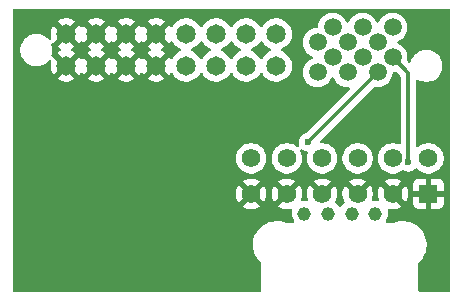
<source format=gbr>
%TF.GenerationSoftware,KiCad,Pcbnew,9.0.6*%
%TF.CreationDate,2025-12-04T16:08:16+01:00*%
%TF.ProjectId,ASUS BTF GPU Mini-ITX Adapter,41535553-2042-4544-9620-475055204d69,rev?*%
%TF.SameCoordinates,Original*%
%TF.FileFunction,Copper,L1,Top*%
%TF.FilePolarity,Positive*%
%FSLAX46Y46*%
G04 Gerber Fmt 4.6, Leading zero omitted, Abs format (unit mm)*
G04 Created by KiCad (PCBNEW 9.0.6) date 2025-12-04 16:08:16*
%MOMM*%
%LPD*%
G01*
G04 APERTURE LIST*
%TA.AperFunction,ComponentPad*%
%ADD10C,1.650000*%
%TD*%
%TA.AperFunction,ComponentPad*%
%ADD11C,1.500000*%
%TD*%
%TA.AperFunction,ComponentPad*%
%ADD12R,1.570000X1.570000*%
%TD*%
%TA.AperFunction,ComponentPad*%
%ADD13C,1.570000*%
%TD*%
%TA.AperFunction,ComponentPad*%
%ADD14C,1.150000*%
%TD*%
%TA.AperFunction,ViaPad*%
%ADD15C,0.600000*%
%TD*%
%TA.AperFunction,Conductor*%
%ADD16C,0.300000*%
%TD*%
G04 APERTURE END LIST*
D10*
%TO.P,REF\u002A\u002A,P1*%
%TO.N,12V*%
X167530000Y-105350000D03*
%TO.P,REF\u002A\u002A,P2*%
X170070000Y-105350000D03*
%TO.P,REF\u002A\u002A,P3*%
X172610000Y-105350000D03*
%TO.P,REF\u002A\u002A,P4*%
X175150000Y-105350000D03*
%TO.P,REF\u002A\u002A,P5*%
%TO.N,Ground*%
X177690000Y-105350000D03*
%TO.P,REF\u002A\u002A,P6*%
X180230000Y-105350000D03*
%TO.P,REF\u002A\u002A,P7*%
X182770000Y-105350000D03*
%TO.P,REF\u002A\u002A,P8*%
X185310000Y-105350000D03*
%TO.P,REF\u002A\u002A,P9*%
X185310000Y-102650000D03*
%TO.P,REF\u002A\u002A,P10*%
X182770000Y-102650000D03*
%TO.P,REF\u002A\u002A,P11*%
X180230000Y-102650000D03*
%TO.P,REF\u002A\u002A,P12*%
X177690000Y-102650000D03*
%TO.P,REF\u002A\u002A,P13*%
%TO.N,12V*%
X175150000Y-102650000D03*
%TO.P,REF\u002A\u002A,P14*%
X172610000Y-102650000D03*
%TO.P,REF\u002A\u002A,P15*%
X170070000Y-102650000D03*
%TO.P,REF\u002A\u002A,P16*%
X167530000Y-102650000D03*
D11*
%TO.P,REF\u002A\u002A,S1*%
%TO.N,GND*%
X188810000Y-105905000D03*
%TO.P,REF\u002A\u002A,S2*%
%TO.N,SENSE1*%
X190080000Y-104635000D03*
%TO.P,REF\u002A\u002A,S3*%
%TO.N,CARD_CBL_PRES#*%
X191350000Y-105905000D03*
%TO.P,REF\u002A\u002A,S4*%
%TO.N,N/C*%
X192620000Y-104635000D03*
%TO.P,REF\u002A\u002A,S5*%
%TO.N,SENSE0*%
X193890000Y-105905000D03*
%TO.P,REF\u002A\u002A,S6*%
%TO.N,CARD_PWR_STABLE*%
X195160000Y-104635000D03*
%TO.P,REF\u002A\u002A,S7*%
%TO.N,150W_DET*%
X195160000Y-102095000D03*
%TO.P,REF\u002A\u002A,S8*%
%TO.N,12HPWR_LED*%
X193890000Y-103365000D03*
%TO.P,REF\u002A\u002A,S9*%
%TO.N,GND*%
X192620000Y-102095000D03*
%TO.P,REF\u002A\u002A,S10*%
%TO.N,N/C*%
X191350000Y-103365000D03*
%TO.P,REF\u002A\u002A,S11*%
X190080000Y-102095000D03*
%TO.P,REF\u002A\u002A,S12*%
%TO.N,GC_PRSN#*%
X188810000Y-103365000D03*
%TD*%
D12*
%TO.P,REF\u002A\u002A,1*%
%TO.N,12V*%
X198193250Y-116180000D03*
D13*
%TO.P,REF\u002A\u002A,2*%
X195193250Y-116180000D03*
%TO.P,REF\u002A\u002A,3*%
X192193250Y-116180000D03*
%TO.P,REF\u002A\u002A,4*%
X189193250Y-116180000D03*
%TO.P,REF\u002A\u002A,5*%
X186193250Y-116180000D03*
%TO.P,REF\u002A\u002A,6*%
X183193250Y-116180000D03*
%TO.P,REF\u002A\u002A,7*%
%TO.N,Ground*%
X198193250Y-113180000D03*
%TO.P,REF\u002A\u002A,8*%
X195193250Y-113180000D03*
%TO.P,REF\u002A\u002A,9*%
X192193250Y-113180000D03*
%TO.P,REF\u002A\u002A,10*%
X189193250Y-113180000D03*
%TO.P,REF\u002A\u002A,11*%
X186193250Y-113180000D03*
%TO.P,REF\u002A\u002A,12*%
X183193250Y-113180000D03*
D14*
%TO.P,REF\u002A\u002A,S1*%
%TO.N,CARD_PWR_STABLE*%
X193693250Y-117850000D03*
%TO.P,REF\u002A\u002A,S2*%
%TO.N,CARD_CBL_PRES#*%
X191693250Y-117850000D03*
%TO.P,REF\u002A\u002A,S3*%
%TO.N,SENSE0*%
X189693250Y-117850000D03*
%TO.P,REF\u002A\u002A,S4*%
%TO.N,SENSE1*%
X187693250Y-117850000D03*
%TD*%
D15*
%TO.N,SENSE0*%
X188000000Y-111795000D03*
%TO.N,CARD_PWR_STABLE*%
X196500000Y-113500000D03*
%TD*%
D16*
%TO.N,CARD_PWR_STABLE*%
X196500000Y-113500000D02*
X196500000Y-105975000D01*
X196500000Y-105975000D02*
X195160000Y-104635000D01*
%TO.N,SENSE0*%
X188000000Y-111795000D02*
X193890000Y-105905000D01*
%TD*%
%TA.AperFunction,Conductor*%
%TO.N,12V*%
G36*
X167017482Y-102862292D02*
G01*
X167089890Y-102987708D01*
X167192292Y-103090110D01*
X167317708Y-103162518D01*
X167359765Y-103173787D01*
X166786179Y-103747371D01*
X166786180Y-103747372D01*
X166835543Y-103783236D01*
X166835556Y-103783244D01*
X167021376Y-103877926D01*
X167034130Y-103882070D01*
X167091805Y-103921508D01*
X167119002Y-103985867D01*
X167107087Y-104054713D01*
X167059842Y-104106188D01*
X167034130Y-104117930D01*
X167021376Y-104122073D01*
X166835552Y-104216757D01*
X166786180Y-104252627D01*
X167359766Y-104826212D01*
X167317708Y-104837482D01*
X167192292Y-104909890D01*
X167089890Y-105012292D01*
X167017482Y-105137708D01*
X167006212Y-105179765D01*
X166432627Y-104606180D01*
X166397680Y-104608931D01*
X166329302Y-104594567D01*
X166279545Y-104545516D01*
X166264206Y-104477351D01*
X166270017Y-104446999D01*
X166312123Y-104317414D01*
X166345500Y-104106680D01*
X166345500Y-103893320D01*
X166312123Y-103682586D01*
X166269284Y-103550743D01*
X166268639Y-103548463D01*
X166268956Y-103515805D01*
X166268024Y-103483164D01*
X166269294Y-103481057D01*
X166269318Y-103478597D01*
X166287245Y-103451288D01*
X166304104Y-103423331D01*
X166306311Y-103422245D01*
X166307662Y-103420188D01*
X166337508Y-103406906D01*
X166366805Y-103392502D01*
X166370237Y-103392342D01*
X166371497Y-103391782D01*
X166374005Y-103392167D01*
X166397679Y-103391068D01*
X166432628Y-103393818D01*
X167006212Y-102820234D01*
X167017482Y-102862292D01*
G37*
%TD.AperFunction*%
%TA.AperFunction,Conductor*%
G36*
X169557482Y-102862292D02*
G01*
X169629890Y-102987708D01*
X169732292Y-103090110D01*
X169857708Y-103162518D01*
X169899765Y-103173787D01*
X169326179Y-103747371D01*
X169326180Y-103747372D01*
X169375543Y-103783236D01*
X169375556Y-103783244D01*
X169561376Y-103877926D01*
X169574130Y-103882070D01*
X169631805Y-103921508D01*
X169659002Y-103985867D01*
X169647087Y-104054713D01*
X169599842Y-104106188D01*
X169574130Y-104117930D01*
X169561376Y-104122073D01*
X169375552Y-104216757D01*
X169326180Y-104252627D01*
X169899766Y-104826212D01*
X169857708Y-104837482D01*
X169732292Y-104909890D01*
X169629890Y-105012292D01*
X169557482Y-105137708D01*
X169546212Y-105179765D01*
X168972627Y-104606180D01*
X168936755Y-104655555D01*
X168910484Y-104707115D01*
X168862510Y-104757910D01*
X168794689Y-104774705D01*
X168728554Y-104752167D01*
X168689516Y-104707115D01*
X168663247Y-104655561D01*
X168663236Y-104655543D01*
X168627372Y-104606180D01*
X168627371Y-104606179D01*
X168053787Y-105179764D01*
X168042518Y-105137708D01*
X167970110Y-105012292D01*
X167867708Y-104909890D01*
X167742292Y-104837482D01*
X167700233Y-104826212D01*
X168273819Y-104252627D01*
X168224451Y-104216759D01*
X168038625Y-104122075D01*
X168025871Y-104117931D01*
X167968196Y-104078494D01*
X167940997Y-104014135D01*
X167952911Y-103945289D01*
X168000155Y-103893813D01*
X168025871Y-103882069D01*
X168038625Y-103877924D01*
X168224451Y-103783240D01*
X168273818Y-103747372D01*
X168273818Y-103747371D01*
X167700234Y-103173787D01*
X167742292Y-103162518D01*
X167867708Y-103090110D01*
X167970110Y-102987708D01*
X168042518Y-102862292D01*
X168053787Y-102820234D01*
X168627371Y-103393818D01*
X168627372Y-103393818D01*
X168663240Y-103344451D01*
X168689515Y-103292885D01*
X168737489Y-103242089D01*
X168805310Y-103225294D01*
X168871445Y-103247831D01*
X168910485Y-103292885D01*
X168936759Y-103344451D01*
X168972627Y-103393818D01*
X168972627Y-103393819D01*
X169546212Y-102820234D01*
X169557482Y-102862292D01*
G37*
%TD.AperFunction*%
%TA.AperFunction,Conductor*%
G36*
X172097482Y-102862292D02*
G01*
X172169890Y-102987708D01*
X172272292Y-103090110D01*
X172397708Y-103162518D01*
X172439765Y-103173787D01*
X171866179Y-103747371D01*
X171866180Y-103747372D01*
X171915543Y-103783236D01*
X171915556Y-103783244D01*
X172101376Y-103877926D01*
X172114130Y-103882070D01*
X172171805Y-103921508D01*
X172199002Y-103985867D01*
X172187087Y-104054713D01*
X172139842Y-104106188D01*
X172114130Y-104117930D01*
X172101376Y-104122073D01*
X171915552Y-104216757D01*
X171866180Y-104252627D01*
X172439766Y-104826212D01*
X172397708Y-104837482D01*
X172272292Y-104909890D01*
X172169890Y-105012292D01*
X172097482Y-105137708D01*
X172086212Y-105179765D01*
X171512627Y-104606180D01*
X171476755Y-104655555D01*
X171450484Y-104707115D01*
X171402510Y-104757910D01*
X171334689Y-104774705D01*
X171268554Y-104752167D01*
X171229516Y-104707115D01*
X171203247Y-104655561D01*
X171203236Y-104655543D01*
X171167372Y-104606180D01*
X171167371Y-104606179D01*
X170593787Y-105179764D01*
X170582518Y-105137708D01*
X170510110Y-105012292D01*
X170407708Y-104909890D01*
X170282292Y-104837482D01*
X170240233Y-104826212D01*
X170813819Y-104252627D01*
X170764451Y-104216759D01*
X170578625Y-104122075D01*
X170565871Y-104117931D01*
X170508196Y-104078494D01*
X170480997Y-104014135D01*
X170492911Y-103945289D01*
X170540155Y-103893813D01*
X170565871Y-103882069D01*
X170578625Y-103877924D01*
X170764451Y-103783240D01*
X170813818Y-103747372D01*
X170813818Y-103747371D01*
X170240234Y-103173787D01*
X170282292Y-103162518D01*
X170407708Y-103090110D01*
X170510110Y-102987708D01*
X170582518Y-102862292D01*
X170593787Y-102820234D01*
X171167371Y-103393818D01*
X171167372Y-103393818D01*
X171203240Y-103344451D01*
X171229515Y-103292885D01*
X171277489Y-103242089D01*
X171345310Y-103225294D01*
X171411445Y-103247831D01*
X171450485Y-103292885D01*
X171476759Y-103344451D01*
X171512627Y-103393818D01*
X171512627Y-103393819D01*
X172086212Y-102820234D01*
X172097482Y-102862292D01*
G37*
%TD.AperFunction*%
%TA.AperFunction,Conductor*%
G36*
X174637482Y-102862292D02*
G01*
X174709890Y-102987708D01*
X174812292Y-103090110D01*
X174937708Y-103162518D01*
X174979765Y-103173787D01*
X174406179Y-103747371D01*
X174406180Y-103747372D01*
X174455543Y-103783236D01*
X174455556Y-103783244D01*
X174641376Y-103877926D01*
X174654130Y-103882070D01*
X174711805Y-103921508D01*
X174739002Y-103985867D01*
X174727087Y-104054713D01*
X174679842Y-104106188D01*
X174654130Y-104117930D01*
X174641376Y-104122073D01*
X174455552Y-104216757D01*
X174406180Y-104252627D01*
X174979766Y-104826212D01*
X174937708Y-104837482D01*
X174812292Y-104909890D01*
X174709890Y-105012292D01*
X174637482Y-105137708D01*
X174626212Y-105179765D01*
X174052627Y-104606180D01*
X174016755Y-104655555D01*
X173990484Y-104707115D01*
X173942510Y-104757910D01*
X173874689Y-104774705D01*
X173808554Y-104752167D01*
X173769516Y-104707115D01*
X173743247Y-104655561D01*
X173743236Y-104655543D01*
X173707372Y-104606180D01*
X173707371Y-104606179D01*
X173133787Y-105179764D01*
X173122518Y-105137708D01*
X173050110Y-105012292D01*
X172947708Y-104909890D01*
X172822292Y-104837482D01*
X172780233Y-104826212D01*
X173353819Y-104252627D01*
X173304451Y-104216759D01*
X173118625Y-104122075D01*
X173105871Y-104117931D01*
X173048196Y-104078494D01*
X173020997Y-104014135D01*
X173032911Y-103945289D01*
X173080155Y-103893813D01*
X173105871Y-103882069D01*
X173118625Y-103877924D01*
X173304451Y-103783240D01*
X173353818Y-103747372D01*
X173353818Y-103747371D01*
X172780234Y-103173787D01*
X172822292Y-103162518D01*
X172947708Y-103090110D01*
X173050110Y-102987708D01*
X173122518Y-102862292D01*
X173133787Y-102820234D01*
X173707371Y-103393818D01*
X173707372Y-103393818D01*
X173743240Y-103344451D01*
X173769515Y-103292885D01*
X173817489Y-103242089D01*
X173885310Y-103225294D01*
X173951445Y-103247831D01*
X173990485Y-103292885D01*
X174016759Y-103344451D01*
X174052627Y-103393818D01*
X174052627Y-103393819D01*
X174626212Y-102820234D01*
X174637482Y-102862292D01*
G37*
%TD.AperFunction*%
%TA.AperFunction,Conductor*%
G36*
X176247371Y-103393818D02*
G01*
X176247372Y-103393818D01*
X176283242Y-103344449D01*
X176283242Y-103344448D01*
X176309233Y-103293438D01*
X176357206Y-103242642D01*
X176425027Y-103225846D01*
X176491162Y-103248383D01*
X176530203Y-103293437D01*
X176556330Y-103344714D01*
X176678965Y-103513505D01*
X176826495Y-103661035D01*
X176995286Y-103783670D01*
X177067277Y-103820351D01*
X177181183Y-103878389D01*
X177192512Y-103882070D01*
X177250187Y-103921508D01*
X177277384Y-103985867D01*
X177265469Y-104054713D01*
X177218224Y-104106188D01*
X177192512Y-104117930D01*
X177181183Y-104121610D01*
X176995285Y-104216330D01*
X176826493Y-104338966D01*
X176678966Y-104486493D01*
X176556328Y-104655288D01*
X176530202Y-104706563D01*
X176482227Y-104757358D01*
X176414406Y-104774153D01*
X176348272Y-104751615D01*
X176309233Y-104706561D01*
X176283247Y-104655561D01*
X176283236Y-104655543D01*
X176247372Y-104606180D01*
X176247371Y-104606179D01*
X175673787Y-105179764D01*
X175662518Y-105137708D01*
X175590110Y-105012292D01*
X175487708Y-104909890D01*
X175362292Y-104837482D01*
X175320233Y-104826212D01*
X175893819Y-104252627D01*
X175844451Y-104216759D01*
X175658625Y-104122075D01*
X175645871Y-104117931D01*
X175588196Y-104078494D01*
X175560997Y-104014135D01*
X175572911Y-103945289D01*
X175620155Y-103893813D01*
X175645871Y-103882069D01*
X175658625Y-103877924D01*
X175844451Y-103783240D01*
X175893818Y-103747372D01*
X175893818Y-103747371D01*
X175320234Y-103173787D01*
X175362292Y-103162518D01*
X175487708Y-103090110D01*
X175590110Y-102987708D01*
X175662518Y-102862292D01*
X175673787Y-102820234D01*
X176247371Y-103393818D01*
G37*
%TD.AperFunction*%
%TA.AperFunction,Conductor*%
G36*
X199942539Y-100520185D02*
G01*
X199988294Y-100572989D01*
X199999500Y-100624500D01*
X199999500Y-124375500D01*
X199979815Y-124442539D01*
X199927011Y-124488294D01*
X199875500Y-124499500D01*
X197467750Y-124499500D01*
X197400711Y-124479815D01*
X197354956Y-124427011D01*
X197343750Y-124375500D01*
X197343750Y-122079108D01*
X197363435Y-122012069D01*
X197388955Y-121983361D01*
X197411904Y-121964476D01*
X197585127Y-121780821D01*
X197733891Y-121576849D01*
X197855837Y-121355795D01*
X197949031Y-121121167D01*
X198011994Y-120876686D01*
X198043727Y-120626229D01*
X198043737Y-120565936D01*
X198043750Y-120565892D01*
X198043750Y-120500000D01*
X198043750Y-120434108D01*
X198043701Y-120433928D01*
X198043700Y-120425645D01*
X198043701Y-120425639D01*
X198043700Y-120425616D01*
X198043700Y-120368889D01*
X198043700Y-120368883D01*
X198009472Y-120108893D01*
X197941602Y-119855594D01*
X197841252Y-119613321D01*
X197831960Y-119597227D01*
X197782628Y-119511779D01*
X197710138Y-119386218D01*
X197550503Y-119178172D01*
X197365078Y-118992741D01*
X197365073Y-118992737D01*
X197365072Y-118992736D01*
X197157051Y-118833109D01*
X197157032Y-118833097D01*
X197130232Y-118817623D01*
X196929939Y-118701978D01*
X196803256Y-118649500D01*
X196687667Y-118601618D01*
X196434375Y-118533741D01*
X196174383Y-118499504D01*
X196116756Y-118499502D01*
X196116740Y-118499502D01*
X196109135Y-118499500D01*
X196109125Y-118499498D01*
X196095708Y-118499498D01*
X196094580Y-118499498D01*
X196094467Y-118499465D01*
X195987412Y-118499498D01*
X195970423Y-118499498D01*
X195970331Y-118499503D01*
X195930328Y-118499515D01*
X195930326Y-118499515D01*
X195705971Y-118524928D01*
X195705957Y-118524930D01*
X195485885Y-118575425D01*
X195485870Y-118575430D01*
X195295315Y-118642472D01*
X195254162Y-118649500D01*
X194685135Y-118649500D01*
X194618096Y-118629815D01*
X194572341Y-118577011D01*
X194562397Y-118507853D01*
X194584816Y-118452616D01*
X194602591Y-118428149D01*
X194613100Y-118413685D01*
X194689955Y-118262849D01*
X194742268Y-118101847D01*
X194768750Y-117934649D01*
X194768750Y-117765350D01*
X194742268Y-117598154D01*
X194739893Y-117590844D01*
X194737897Y-117521002D01*
X194773977Y-117461169D01*
X194836678Y-117430340D01*
X194887179Y-117433961D01*
X194887598Y-117432220D01*
X194892343Y-117433358D01*
X195092119Y-117465000D01*
X195294381Y-117465000D01*
X195494155Y-117433358D01*
X195686523Y-117370854D01*
X195866737Y-117279029D01*
X195908431Y-117248735D01*
X195351236Y-116691540D01*
X195399752Y-116678540D01*
X195521747Y-116608106D01*
X195621356Y-116508497D01*
X195691790Y-116386502D01*
X195704789Y-116337986D01*
X196261985Y-116895182D01*
X196261985Y-116895181D01*
X196292279Y-116853487D01*
X196384104Y-116673273D01*
X196446609Y-116480905D01*
X196465879Y-116359240D01*
X196478250Y-116281131D01*
X196478250Y-116078868D01*
X196446608Y-115879094D01*
X196384104Y-115686726D01*
X196292279Y-115506512D01*
X196261985Y-115464817D01*
X196261985Y-115464816D01*
X195704789Y-116022012D01*
X195691790Y-115973498D01*
X195621356Y-115851503D01*
X195521747Y-115751894D01*
X195399752Y-115681460D01*
X195351236Y-115668460D01*
X195672540Y-115347155D01*
X196908250Y-115347155D01*
X196908250Y-115930000D01*
X197719824Y-115930000D01*
X197694710Y-115973498D01*
X197658250Y-116109566D01*
X197658250Y-116250434D01*
X197694710Y-116386502D01*
X197719824Y-116430000D01*
X196908250Y-116430000D01*
X196908250Y-117012844D01*
X196914651Y-117072372D01*
X196914653Y-117072379D01*
X196964895Y-117207086D01*
X196964899Y-117207093D01*
X197051059Y-117322187D01*
X197051062Y-117322190D01*
X197166156Y-117408350D01*
X197166163Y-117408354D01*
X197300870Y-117458596D01*
X197300877Y-117458598D01*
X197360405Y-117464999D01*
X197360422Y-117465000D01*
X197943250Y-117465000D01*
X197943250Y-116653426D01*
X197986748Y-116678540D01*
X198122816Y-116715000D01*
X198263684Y-116715000D01*
X198399752Y-116678540D01*
X198443250Y-116653426D01*
X198443250Y-117465000D01*
X199026078Y-117465000D01*
X199026094Y-117464999D01*
X199085622Y-117458598D01*
X199085629Y-117458596D01*
X199220336Y-117408354D01*
X199220343Y-117408350D01*
X199335437Y-117322190D01*
X199335440Y-117322187D01*
X199421600Y-117207093D01*
X199421604Y-117207086D01*
X199471846Y-117072379D01*
X199471848Y-117072372D01*
X199478249Y-117012844D01*
X199478250Y-117012827D01*
X199478250Y-116430000D01*
X198666676Y-116430000D01*
X198691790Y-116386502D01*
X198728250Y-116250434D01*
X198728250Y-116109566D01*
X198691790Y-115973498D01*
X198666676Y-115930000D01*
X199478250Y-115930000D01*
X199478250Y-115347172D01*
X199478249Y-115347155D01*
X199471848Y-115287627D01*
X199471846Y-115287620D01*
X199421604Y-115152913D01*
X199421600Y-115152906D01*
X199335440Y-115037812D01*
X199335437Y-115037809D01*
X199220343Y-114951649D01*
X199220336Y-114951645D01*
X199085629Y-114901403D01*
X199085622Y-114901401D01*
X199026094Y-114895000D01*
X198443250Y-114895000D01*
X198443250Y-115706573D01*
X198399752Y-115681460D01*
X198263684Y-115645000D01*
X198122816Y-115645000D01*
X197986748Y-115681460D01*
X197943250Y-115706573D01*
X197943250Y-114895000D01*
X197360405Y-114895000D01*
X197300877Y-114901401D01*
X197300870Y-114901403D01*
X197166163Y-114951645D01*
X197166156Y-114951649D01*
X197051062Y-115037809D01*
X197051059Y-115037812D01*
X196964899Y-115152906D01*
X196964895Y-115152913D01*
X196914653Y-115287620D01*
X196914651Y-115287627D01*
X196908250Y-115347155D01*
X195672540Y-115347155D01*
X195908432Y-115111263D01*
X195908431Y-115111262D01*
X195866740Y-115080972D01*
X195686523Y-114989145D01*
X195494155Y-114926641D01*
X195294381Y-114895000D01*
X195092119Y-114895000D01*
X194892344Y-114926641D01*
X194699976Y-114989145D01*
X194519764Y-115080969D01*
X194519762Y-115080970D01*
X194478067Y-115111262D01*
X194478067Y-115111263D01*
X195035263Y-115668459D01*
X194986748Y-115681460D01*
X194864753Y-115751894D01*
X194765144Y-115851503D01*
X194694710Y-115973498D01*
X194681709Y-116022013D01*
X194124513Y-115464817D01*
X194124512Y-115464817D01*
X194094220Y-115506512D01*
X194094219Y-115506514D01*
X194002395Y-115686726D01*
X193939891Y-115879094D01*
X193908250Y-116078868D01*
X193908250Y-116281131D01*
X193939891Y-116480905D01*
X193986721Y-116625031D01*
X193988716Y-116694872D01*
X193952636Y-116754705D01*
X193889935Y-116785534D01*
X193849393Y-116785823D01*
X193777901Y-116774500D01*
X193777894Y-116774500D01*
X193608606Y-116774500D01*
X193608599Y-116774500D01*
X193537106Y-116785823D01*
X193467813Y-116776868D01*
X193414361Y-116731872D01*
X193393722Y-116665120D01*
X193399778Y-116625030D01*
X193446609Y-116480903D01*
X193478250Y-116281131D01*
X193478250Y-116078868D01*
X193446608Y-115879094D01*
X193384104Y-115686726D01*
X193292279Y-115506512D01*
X193261985Y-115464817D01*
X193261985Y-115464816D01*
X192704789Y-116022012D01*
X192691790Y-115973498D01*
X192621356Y-115851503D01*
X192521747Y-115751894D01*
X192399752Y-115681460D01*
X192351236Y-115668460D01*
X192908432Y-115111263D01*
X192908431Y-115111262D01*
X192866740Y-115080972D01*
X192686523Y-114989145D01*
X192494155Y-114926641D01*
X192294381Y-114895000D01*
X192092119Y-114895000D01*
X191892344Y-114926641D01*
X191699976Y-114989145D01*
X191519764Y-115080969D01*
X191519762Y-115080970D01*
X191478067Y-115111262D01*
X191478067Y-115111263D01*
X192035263Y-115668459D01*
X191986748Y-115681460D01*
X191864753Y-115751894D01*
X191765144Y-115851503D01*
X191694710Y-115973498D01*
X191681709Y-116022013D01*
X191124513Y-115464817D01*
X191124512Y-115464817D01*
X191094220Y-115506512D01*
X191094219Y-115506514D01*
X191002395Y-115686726D01*
X190939891Y-115879094D01*
X190908250Y-116078868D01*
X190908250Y-116281131D01*
X190939891Y-116480905D01*
X191002395Y-116673273D01*
X191084197Y-116833815D01*
X191097093Y-116902484D01*
X191070817Y-116967224D01*
X191046598Y-116990428D01*
X190992610Y-117029652D01*
X190872902Y-117149360D01*
X190872898Y-117149365D01*
X190793568Y-117258554D01*
X190738238Y-117301220D01*
X190668625Y-117307199D01*
X190606830Y-117274593D01*
X190592932Y-117258554D01*
X190513601Y-117149365D01*
X190513597Y-117149360D01*
X190393889Y-117029652D01*
X190393884Y-117029648D01*
X190339902Y-116990428D01*
X190297236Y-116935099D01*
X190291257Y-116865485D01*
X190302303Y-116833814D01*
X190384103Y-116673275D01*
X190446608Y-116480905D01*
X190478250Y-116281131D01*
X190478250Y-116078868D01*
X190446608Y-115879094D01*
X190384104Y-115686726D01*
X190292279Y-115506512D01*
X190261985Y-115464817D01*
X190261985Y-115464816D01*
X189704789Y-116022012D01*
X189691790Y-115973498D01*
X189621356Y-115851503D01*
X189521747Y-115751894D01*
X189399752Y-115681460D01*
X189351236Y-115668460D01*
X189908432Y-115111263D01*
X189908431Y-115111262D01*
X189866740Y-115080972D01*
X189686523Y-114989145D01*
X189494155Y-114926641D01*
X189294381Y-114895000D01*
X189092119Y-114895000D01*
X188892344Y-114926641D01*
X188699976Y-114989145D01*
X188519764Y-115080969D01*
X188519762Y-115080970D01*
X188478067Y-115111262D01*
X188478067Y-115111263D01*
X189035263Y-115668459D01*
X188986748Y-115681460D01*
X188864753Y-115751894D01*
X188765144Y-115851503D01*
X188694710Y-115973498D01*
X188681709Y-116022013D01*
X188124513Y-115464817D01*
X188124512Y-115464817D01*
X188094220Y-115506512D01*
X188094219Y-115506514D01*
X188002395Y-115686726D01*
X187939891Y-115879094D01*
X187908250Y-116078868D01*
X187908250Y-116281131D01*
X187939891Y-116480905D01*
X187986721Y-116625031D01*
X187988716Y-116694872D01*
X187952636Y-116754705D01*
X187889935Y-116785534D01*
X187849393Y-116785823D01*
X187777901Y-116774500D01*
X187777894Y-116774500D01*
X187608606Y-116774500D01*
X187608599Y-116774500D01*
X187537106Y-116785823D01*
X187467813Y-116776868D01*
X187414361Y-116731872D01*
X187393722Y-116665120D01*
X187399778Y-116625030D01*
X187446609Y-116480903D01*
X187478250Y-116281131D01*
X187478250Y-116078868D01*
X187446608Y-115879094D01*
X187384104Y-115686726D01*
X187292279Y-115506512D01*
X187261985Y-115464817D01*
X187261985Y-115464816D01*
X186704789Y-116022013D01*
X186691790Y-115973498D01*
X186621356Y-115851503D01*
X186521747Y-115751894D01*
X186399752Y-115681460D01*
X186351236Y-115668460D01*
X186908432Y-115111263D01*
X186908431Y-115111262D01*
X186866740Y-115080972D01*
X186686523Y-114989145D01*
X186494155Y-114926641D01*
X186294381Y-114895000D01*
X186092119Y-114895000D01*
X185892344Y-114926641D01*
X185699976Y-114989145D01*
X185519764Y-115080969D01*
X185519762Y-115080970D01*
X185478067Y-115111262D01*
X185478067Y-115111263D01*
X186035263Y-115668459D01*
X185986748Y-115681460D01*
X185864753Y-115751894D01*
X185765144Y-115851503D01*
X185694710Y-115973498D01*
X185681709Y-116022013D01*
X185124513Y-115464817D01*
X185124512Y-115464817D01*
X185094220Y-115506512D01*
X185094219Y-115506514D01*
X185002395Y-115686726D01*
X184939891Y-115879094D01*
X184908250Y-116078868D01*
X184908250Y-116281131D01*
X184939891Y-116480905D01*
X185002395Y-116673273D01*
X185094222Y-116853490D01*
X185124512Y-116895181D01*
X185124513Y-116895182D01*
X185681709Y-116337985D01*
X185694710Y-116386502D01*
X185765144Y-116508497D01*
X185864753Y-116608106D01*
X185986748Y-116678540D01*
X186035263Y-116691539D01*
X185478066Y-117248735D01*
X185519762Y-117279029D01*
X185699976Y-117370854D01*
X185892344Y-117433358D01*
X186092119Y-117465000D01*
X186294381Y-117465000D01*
X186494156Y-117433358D01*
X186498902Y-117432220D01*
X186499414Y-117434353D01*
X186560108Y-117432574D01*
X186619968Y-117468610D01*
X186650843Y-117531288D01*
X186646608Y-117590835D01*
X186644234Y-117598141D01*
X186644232Y-117598151D01*
X186617750Y-117765350D01*
X186617750Y-117934649D01*
X186644231Y-118101847D01*
X186696546Y-118262853D01*
X186773401Y-118413687D01*
X186801684Y-118452616D01*
X186825163Y-118518422D01*
X186809337Y-118586476D01*
X186759231Y-118635170D01*
X186701365Y-118649500D01*
X186132279Y-118649500D01*
X186091126Y-118642472D01*
X185975008Y-118601619D01*
X185900619Y-118575447D01*
X185900615Y-118575446D01*
X185900609Y-118575444D01*
X185680538Y-118524949D01*
X185680524Y-118524947D01*
X185456171Y-118499534D01*
X185417314Y-118499522D01*
X185417224Y-118499522D01*
X185409183Y-118499513D01*
X185409125Y-118499498D01*
X185394718Y-118499498D01*
X185394512Y-118499498D01*
X185394342Y-118499448D01*
X185212114Y-118499453D01*
X184952114Y-118533691D01*
X184698815Y-118601570D01*
X184456539Y-118701931D01*
X184456528Y-118701937D01*
X184229438Y-118833054D01*
X184229427Y-118833061D01*
X184021392Y-118992699D01*
X183835957Y-119178140D01*
X183676323Y-119386185D01*
X183676320Y-119386189D01*
X183676320Y-119386190D01*
X183554481Y-119597227D01*
X183545201Y-119613300D01*
X183545196Y-119613310D01*
X183444850Y-119855573D01*
X183376980Y-120108872D01*
X183376977Y-120108886D01*
X183348337Y-120326434D01*
X183342749Y-120368880D01*
X183342750Y-120500000D01*
X183342750Y-120565892D01*
X183342781Y-120566008D01*
X183342785Y-120574225D01*
X183342783Y-120574231D01*
X183342785Y-120574259D01*
X183342794Y-120626168D01*
X183342795Y-120626228D01*
X183374528Y-120876682D01*
X183401859Y-120982806D01*
X183437490Y-121121160D01*
X183437492Y-121121167D01*
X183530674Y-121355770D01*
X183530678Y-121355778D01*
X183530680Y-121355783D01*
X183530682Y-121355786D01*
X183652627Y-121576837D01*
X183744619Y-121702968D01*
X183799787Y-121778610D01*
X183801390Y-121780807D01*
X183974611Y-121964460D01*
X183997545Y-121983334D01*
X184036801Y-122041131D01*
X184042750Y-122079079D01*
X184042750Y-124375500D01*
X184023065Y-124442539D01*
X183970261Y-124488294D01*
X183918750Y-124499500D01*
X163124500Y-124499500D01*
X163057461Y-124479815D01*
X163011706Y-124427011D01*
X163000500Y-124375500D01*
X163000500Y-116078868D01*
X181908250Y-116078868D01*
X181908250Y-116281131D01*
X181939891Y-116480905D01*
X182002395Y-116673273D01*
X182094222Y-116853490D01*
X182124512Y-116895181D01*
X182124513Y-116895182D01*
X182681709Y-116337985D01*
X182694710Y-116386502D01*
X182765144Y-116508497D01*
X182864753Y-116608106D01*
X182986748Y-116678540D01*
X183035263Y-116691539D01*
X182478066Y-117248735D01*
X182519762Y-117279029D01*
X182699976Y-117370854D01*
X182892344Y-117433358D01*
X183092119Y-117465000D01*
X183294381Y-117465000D01*
X183494155Y-117433358D01*
X183686523Y-117370854D01*
X183866737Y-117279029D01*
X183908431Y-117248735D01*
X183351236Y-116691540D01*
X183399752Y-116678540D01*
X183521747Y-116608106D01*
X183621356Y-116508497D01*
X183691790Y-116386502D01*
X183704789Y-116337986D01*
X184261985Y-116895182D01*
X184261985Y-116895181D01*
X184292279Y-116853487D01*
X184384104Y-116673273D01*
X184446608Y-116480905D01*
X184478250Y-116281131D01*
X184478250Y-116078868D01*
X184446608Y-115879094D01*
X184384104Y-115686726D01*
X184292279Y-115506512D01*
X184261985Y-115464817D01*
X184261985Y-115464816D01*
X183704789Y-116022012D01*
X183691790Y-115973498D01*
X183621356Y-115851503D01*
X183521747Y-115751894D01*
X183399752Y-115681460D01*
X183351236Y-115668460D01*
X183908432Y-115111263D01*
X183908431Y-115111262D01*
X183866740Y-115080972D01*
X183686523Y-114989145D01*
X183494155Y-114926641D01*
X183294381Y-114895000D01*
X183092119Y-114895000D01*
X182892344Y-114926641D01*
X182699976Y-114989145D01*
X182519764Y-115080969D01*
X182519762Y-115080970D01*
X182478067Y-115111262D01*
X182478067Y-115111263D01*
X183035263Y-115668459D01*
X182986748Y-115681460D01*
X182864753Y-115751894D01*
X182765144Y-115851503D01*
X182694710Y-115973498D01*
X182681710Y-116022013D01*
X182124513Y-115464817D01*
X182124512Y-115464817D01*
X182094220Y-115506512D01*
X182094219Y-115506514D01*
X182002395Y-115686726D01*
X181939891Y-115879094D01*
X181908250Y-116078868D01*
X163000500Y-116078868D01*
X163000500Y-113078823D01*
X181907750Y-113078823D01*
X181907750Y-113281176D01*
X181939402Y-113481022D01*
X181985714Y-113623553D01*
X182001930Y-113673461D01*
X182093792Y-113853749D01*
X182212726Y-114017447D01*
X182355803Y-114160524D01*
X182519501Y-114279458D01*
X182699789Y-114371320D01*
X182845915Y-114418799D01*
X182892227Y-114433847D01*
X183092074Y-114465500D01*
X183092079Y-114465500D01*
X183294426Y-114465500D01*
X183494272Y-114433847D01*
X183686711Y-114371320D01*
X183866999Y-114279458D01*
X184030697Y-114160524D01*
X184173774Y-114017447D01*
X184292708Y-113853749D01*
X184384570Y-113673461D01*
X184447097Y-113481022D01*
X184478750Y-113281176D01*
X184478750Y-113078823D01*
X184907750Y-113078823D01*
X184907750Y-113281176D01*
X184939402Y-113481022D01*
X184985714Y-113623553D01*
X185001930Y-113673461D01*
X185093792Y-113853749D01*
X185212726Y-114017447D01*
X185355803Y-114160524D01*
X185519501Y-114279458D01*
X185699789Y-114371320D01*
X185845915Y-114418799D01*
X185892227Y-114433847D01*
X186092074Y-114465500D01*
X186092079Y-114465500D01*
X186294426Y-114465500D01*
X186494272Y-114433847D01*
X186686711Y-114371320D01*
X186866999Y-114279458D01*
X187030697Y-114160524D01*
X187173774Y-114017447D01*
X187292708Y-113853749D01*
X187384570Y-113673461D01*
X187447097Y-113481022D01*
X187478750Y-113281176D01*
X187478750Y-113078823D01*
X187447097Y-112878977D01*
X187418086Y-112789692D01*
X187384570Y-112686539D01*
X187384568Y-112686536D01*
X187384568Y-112686534D01*
X187337638Y-112594430D01*
X187324741Y-112525760D01*
X187351017Y-112461020D01*
X187408123Y-112420762D01*
X187477929Y-112417770D01*
X187517013Y-112435032D01*
X187620814Y-112504390D01*
X187620827Y-112504397D01*
X187672403Y-112525760D01*
X187766503Y-112564737D01*
X187818367Y-112575053D01*
X187887950Y-112588895D01*
X187949861Y-112621280D01*
X187984435Y-112681996D01*
X187981690Y-112748830D01*
X187939403Y-112878976D01*
X187907750Y-113078823D01*
X187907750Y-113281176D01*
X187939402Y-113481022D01*
X187985714Y-113623553D01*
X188001930Y-113673461D01*
X188093792Y-113853749D01*
X188212726Y-114017447D01*
X188355803Y-114160524D01*
X188519501Y-114279458D01*
X188699789Y-114371320D01*
X188845915Y-114418799D01*
X188892227Y-114433847D01*
X189092074Y-114465500D01*
X189092079Y-114465500D01*
X189294426Y-114465500D01*
X189494272Y-114433847D01*
X189686711Y-114371320D01*
X189866999Y-114279458D01*
X190030697Y-114160524D01*
X190173774Y-114017447D01*
X190292708Y-113853749D01*
X190384570Y-113673461D01*
X190447097Y-113481022D01*
X190478750Y-113281176D01*
X190478750Y-113078823D01*
X190907750Y-113078823D01*
X190907750Y-113281176D01*
X190939402Y-113481022D01*
X190985714Y-113623553D01*
X191001930Y-113673461D01*
X191093792Y-113853749D01*
X191212726Y-114017447D01*
X191355803Y-114160524D01*
X191519501Y-114279458D01*
X191699789Y-114371320D01*
X191845915Y-114418799D01*
X191892227Y-114433847D01*
X192092074Y-114465500D01*
X192092079Y-114465500D01*
X192294426Y-114465500D01*
X192494272Y-114433847D01*
X192686711Y-114371320D01*
X192866999Y-114279458D01*
X193030697Y-114160524D01*
X193173774Y-114017447D01*
X193292708Y-113853749D01*
X193384570Y-113673461D01*
X193447097Y-113481022D01*
X193478750Y-113281176D01*
X193478750Y-113078823D01*
X193447097Y-112878977D01*
X193432049Y-112832665D01*
X193384570Y-112686539D01*
X193292708Y-112506251D01*
X193173774Y-112342553D01*
X193030697Y-112199476D01*
X192866999Y-112080542D01*
X192686711Y-111988680D01*
X192636803Y-111972464D01*
X192494272Y-111926152D01*
X192294426Y-111894500D01*
X192294421Y-111894500D01*
X192092079Y-111894500D01*
X192092074Y-111894500D01*
X191892227Y-111926152D01*
X191699786Y-111988681D01*
X191519500Y-112080542D01*
X191426104Y-112148398D01*
X191355803Y-112199476D01*
X191355801Y-112199478D01*
X191355800Y-112199478D01*
X191212728Y-112342550D01*
X191212728Y-112342551D01*
X191212726Y-112342553D01*
X191161648Y-112412854D01*
X191093792Y-112506250D01*
X191001931Y-112686536D01*
X190939402Y-112878977D01*
X190907750Y-113078823D01*
X190478750Y-113078823D01*
X190447097Y-112878977D01*
X190432049Y-112832665D01*
X190384570Y-112686539D01*
X190292708Y-112506251D01*
X190173774Y-112342553D01*
X190030697Y-112199476D01*
X189866999Y-112080542D01*
X189686711Y-111988680D01*
X189636803Y-111972464D01*
X189494272Y-111926152D01*
X189294426Y-111894500D01*
X189294421Y-111894500D01*
X189119807Y-111894500D01*
X189052768Y-111874815D01*
X189007013Y-111822011D01*
X188997069Y-111752853D01*
X189026094Y-111689297D01*
X189032126Y-111682819D01*
X189736961Y-110977984D01*
X193546510Y-107168434D01*
X193607831Y-107134951D01*
X193653587Y-107133644D01*
X193791578Y-107155500D01*
X193791583Y-107155500D01*
X193988422Y-107155500D01*
X194182826Y-107124709D01*
X194188064Y-107123007D01*
X194370025Y-107063884D01*
X194545405Y-106974524D01*
X194704646Y-106858828D01*
X194843828Y-106719646D01*
X194959524Y-106560405D01*
X195048884Y-106385025D01*
X195109709Y-106197826D01*
X195140500Y-106003417D01*
X195140500Y-106003402D01*
X195140792Y-105999699D01*
X195151359Y-105971962D01*
X195159440Y-105943403D01*
X195163661Y-105939671D01*
X195165667Y-105934407D01*
X195189550Y-105916787D01*
X195211790Y-105897130D01*
X195218656Y-105895315D01*
X195221892Y-105892929D01*
X195245554Y-105886853D01*
X195254348Y-105885500D01*
X195258417Y-105885500D01*
X195396800Y-105863582D01*
X195396953Y-105863559D01*
X195431333Y-105868156D01*
X195465705Y-105872598D01*
X195465986Y-105872790D01*
X195466207Y-105872820D01*
X195466939Y-105873442D01*
X195503491Y-105898436D01*
X195813181Y-106208126D01*
X195846666Y-106269449D01*
X195849500Y-106295807D01*
X195849500Y-111870901D01*
X195829815Y-111937940D01*
X195777011Y-111983695D01*
X195707853Y-111993639D01*
X195687182Y-111988832D01*
X195494273Y-111926153D01*
X195294426Y-111894500D01*
X195294421Y-111894500D01*
X195092079Y-111894500D01*
X195092074Y-111894500D01*
X194892227Y-111926152D01*
X194699786Y-111988681D01*
X194519500Y-112080542D01*
X194426104Y-112148398D01*
X194355803Y-112199476D01*
X194355801Y-112199478D01*
X194355800Y-112199478D01*
X194212728Y-112342550D01*
X194212728Y-112342551D01*
X194212726Y-112342553D01*
X194161648Y-112412854D01*
X194093792Y-112506250D01*
X194001931Y-112686536D01*
X193939402Y-112878977D01*
X193907750Y-113078823D01*
X193907750Y-113281176D01*
X193939402Y-113481022D01*
X193985714Y-113623553D01*
X194001930Y-113673461D01*
X194093792Y-113853749D01*
X194212726Y-114017447D01*
X194355803Y-114160524D01*
X194519501Y-114279458D01*
X194699789Y-114371320D01*
X194845915Y-114418799D01*
X194892227Y-114433847D01*
X195092074Y-114465500D01*
X195092079Y-114465500D01*
X195294426Y-114465500D01*
X195494272Y-114433847D01*
X195686711Y-114371320D01*
X195866999Y-114279458D01*
X195968917Y-114205409D01*
X196034722Y-114181930D01*
X196102776Y-114197755D01*
X196110688Y-114202623D01*
X196120821Y-114209394D01*
X196120823Y-114209395D01*
X196120825Y-114209396D01*
X196266498Y-114269735D01*
X196266503Y-114269737D01*
X196421153Y-114300499D01*
X196421156Y-114300500D01*
X196421158Y-114300500D01*
X196578844Y-114300500D01*
X196578845Y-114300499D01*
X196733497Y-114269737D01*
X196879179Y-114209394D01*
X197010289Y-114121789D01*
X197010292Y-114121786D01*
X197075998Y-114056081D01*
X197137321Y-114022596D01*
X197207013Y-114027580D01*
X197251360Y-114056081D01*
X197355803Y-114160524D01*
X197519501Y-114279458D01*
X197699789Y-114371320D01*
X197845915Y-114418799D01*
X197892227Y-114433847D01*
X198092074Y-114465500D01*
X198092079Y-114465500D01*
X198294426Y-114465500D01*
X198494272Y-114433847D01*
X198686711Y-114371320D01*
X198866999Y-114279458D01*
X199030697Y-114160524D01*
X199173774Y-114017447D01*
X199292708Y-113853749D01*
X199384570Y-113673461D01*
X199447097Y-113481022D01*
X199478750Y-113281176D01*
X199478750Y-113078823D01*
X199447097Y-112878977D01*
X199432049Y-112832665D01*
X199384570Y-112686539D01*
X199292708Y-112506251D01*
X199173774Y-112342553D01*
X199030697Y-112199476D01*
X198866999Y-112080542D01*
X198686711Y-111988680D01*
X198636803Y-111972464D01*
X198494272Y-111926152D01*
X198294426Y-111894500D01*
X198294421Y-111894500D01*
X198092079Y-111894500D01*
X198092074Y-111894500D01*
X197892227Y-111926152D01*
X197699786Y-111988681D01*
X197519500Y-112080542D01*
X197355791Y-112199484D01*
X197355021Y-112200143D01*
X197354668Y-112200300D01*
X197351862Y-112202340D01*
X197351433Y-112201750D01*
X197291257Y-112228707D01*
X197222172Y-112218262D01*
X197169701Y-112172125D01*
X197150500Y-112105844D01*
X197150500Y-106635725D01*
X197170185Y-106568686D01*
X197222989Y-106522931D01*
X197292147Y-106512987D01*
X197330792Y-106525239D01*
X197399805Y-106560403D01*
X197489664Y-106606189D01*
X197489666Y-106606189D01*
X197489669Y-106606191D01*
X197692586Y-106672123D01*
X197903320Y-106705500D01*
X197903321Y-106705500D01*
X198116679Y-106705500D01*
X198116680Y-106705500D01*
X198327414Y-106672123D01*
X198530331Y-106606191D01*
X198720437Y-106509327D01*
X198893049Y-106383917D01*
X199043917Y-106233049D01*
X199169327Y-106060437D01*
X199266191Y-105870331D01*
X199332123Y-105667414D01*
X199365500Y-105456680D01*
X199365500Y-105243320D01*
X199332123Y-105032586D01*
X199266191Y-104829669D01*
X199266189Y-104829666D01*
X199266189Y-104829664D01*
X199205439Y-104710437D01*
X199169327Y-104639563D01*
X199043917Y-104466951D01*
X198893049Y-104316083D01*
X198720437Y-104190673D01*
X198698799Y-104179648D01*
X198530335Y-104093810D01*
X198327414Y-104027877D01*
X198306092Y-104024500D01*
X198116680Y-103994500D01*
X197903320Y-103994500D01*
X197797953Y-104011188D01*
X197692585Y-104027877D01*
X197489664Y-104093810D01*
X197299562Y-104190673D01*
X197214291Y-104252627D01*
X197126951Y-104316083D01*
X197126949Y-104316085D01*
X197126948Y-104316085D01*
X196976085Y-104466948D01*
X196976085Y-104466949D01*
X196976083Y-104466951D01*
X196937300Y-104520331D01*
X196850673Y-104639562D01*
X196753810Y-104829664D01*
X196698821Y-104998902D01*
X196697268Y-105001172D01*
X196697072Y-105003917D01*
X196677664Y-105029841D01*
X196659383Y-105056577D01*
X196656848Y-105057648D01*
X196655200Y-105059850D01*
X196624860Y-105071166D01*
X196595024Y-105083775D01*
X196592313Y-105083305D01*
X196589736Y-105084267D01*
X196558093Y-105077383D01*
X196526178Y-105071860D01*
X196523328Y-105069820D01*
X196521463Y-105069415D01*
X196493209Y-105048264D01*
X196423436Y-104978491D01*
X196389951Y-104917168D01*
X196388644Y-104871412D01*
X196410500Y-104733422D01*
X196410500Y-104536577D01*
X196379709Y-104342173D01*
X196338958Y-104216757D01*
X196318884Y-104154975D01*
X196318882Y-104154972D01*
X196318882Y-104154970D01*
X196252404Y-104024500D01*
X196229524Y-103979595D01*
X196113828Y-103820354D01*
X195974646Y-103681172D01*
X195895025Y-103623324D01*
X195815403Y-103565474D01*
X195638787Y-103475485D01*
X195587990Y-103427511D01*
X195571195Y-103359690D01*
X195593732Y-103293555D01*
X195638787Y-103254515D01*
X195815403Y-103164525D01*
X195815402Y-103164525D01*
X195815405Y-103164524D01*
X195974646Y-103048828D01*
X196113828Y-102909646D01*
X196229524Y-102750405D01*
X196318884Y-102575025D01*
X196379709Y-102387826D01*
X196387327Y-102339727D01*
X196410500Y-102193422D01*
X196410500Y-101996577D01*
X196379709Y-101802173D01*
X196318882Y-101614970D01*
X196229523Y-101439594D01*
X196113828Y-101280354D01*
X195974646Y-101141172D01*
X195815405Y-101025476D01*
X195640029Y-100936117D01*
X195452826Y-100875290D01*
X195258422Y-100844500D01*
X195258417Y-100844500D01*
X195061583Y-100844500D01*
X195061578Y-100844500D01*
X194867173Y-100875290D01*
X194679970Y-100936117D01*
X194504594Y-101025476D01*
X194413741Y-101091485D01*
X194345354Y-101141172D01*
X194345352Y-101141174D01*
X194345351Y-101141174D01*
X194206174Y-101280351D01*
X194206174Y-101280352D01*
X194206172Y-101280354D01*
X194174098Y-101324500D01*
X194090476Y-101439594D01*
X194000485Y-101616213D01*
X193952511Y-101667009D01*
X193884690Y-101683804D01*
X193818555Y-101661267D01*
X193779515Y-101616213D01*
X193689523Y-101439594D01*
X193573828Y-101280354D01*
X193434646Y-101141172D01*
X193275405Y-101025476D01*
X193100029Y-100936117D01*
X192912826Y-100875290D01*
X192718422Y-100844500D01*
X192718417Y-100844500D01*
X192521583Y-100844500D01*
X192521578Y-100844500D01*
X192327173Y-100875290D01*
X192139970Y-100936117D01*
X191964594Y-101025476D01*
X191873741Y-101091485D01*
X191805354Y-101141172D01*
X191805352Y-101141174D01*
X191805351Y-101141174D01*
X191666174Y-101280351D01*
X191666174Y-101280352D01*
X191666172Y-101280354D01*
X191634098Y-101324500D01*
X191550476Y-101439594D01*
X191460485Y-101616213D01*
X191412511Y-101667009D01*
X191344690Y-101683804D01*
X191278555Y-101661267D01*
X191239515Y-101616213D01*
X191149523Y-101439594D01*
X191033828Y-101280354D01*
X190894646Y-101141172D01*
X190735405Y-101025476D01*
X190560029Y-100936117D01*
X190372826Y-100875290D01*
X190178422Y-100844500D01*
X190178417Y-100844500D01*
X189981583Y-100844500D01*
X189981578Y-100844500D01*
X189787173Y-100875290D01*
X189599970Y-100936117D01*
X189424594Y-101025476D01*
X189333741Y-101091485D01*
X189265354Y-101141172D01*
X189265352Y-101141174D01*
X189265351Y-101141174D01*
X189126174Y-101280351D01*
X189126174Y-101280352D01*
X189126172Y-101280354D01*
X189094098Y-101324500D01*
X189010476Y-101439594D01*
X188921117Y-101614970D01*
X188860290Y-101802173D01*
X188829500Y-101996576D01*
X188829206Y-102000315D01*
X188804323Y-102065604D01*
X188748093Y-102107076D01*
X188715315Y-102114206D01*
X188711576Y-102114500D01*
X188517173Y-102145290D01*
X188329970Y-102206117D01*
X188154594Y-102295476D01*
X188093689Y-102339727D01*
X187995354Y-102411172D01*
X187995352Y-102411174D01*
X187995351Y-102411174D01*
X187856174Y-102550351D01*
X187856174Y-102550352D01*
X187856172Y-102550354D01*
X187836383Y-102577591D01*
X187740476Y-102709594D01*
X187651117Y-102884970D01*
X187590290Y-103072173D01*
X187559500Y-103266577D01*
X187559500Y-103463422D01*
X187590290Y-103657826D01*
X187651117Y-103845029D01*
X187717596Y-103975500D01*
X187740476Y-104020405D01*
X187856172Y-104179646D01*
X187995354Y-104318828D01*
X188154595Y-104434524D01*
X188277992Y-104497397D01*
X188331213Y-104524515D01*
X188382009Y-104572489D01*
X188398804Y-104640310D01*
X188376267Y-104706445D01*
X188331213Y-104745485D01*
X188154594Y-104835476D01*
X188089115Y-104883050D01*
X187995354Y-104951172D01*
X187995352Y-104951174D01*
X187995351Y-104951174D01*
X187856174Y-105090351D01*
X187856174Y-105090352D01*
X187856172Y-105090354D01*
X187821767Y-105137708D01*
X187740476Y-105249594D01*
X187651117Y-105424970D01*
X187590290Y-105612173D01*
X187559500Y-105806577D01*
X187559500Y-106003422D01*
X187590290Y-106197826D01*
X187651117Y-106385029D01*
X187740475Y-106560403D01*
X187740476Y-106560405D01*
X187856172Y-106719646D01*
X187995354Y-106858828D01*
X188154595Y-106974524D01*
X188237455Y-107016743D01*
X188329970Y-107063882D01*
X188329972Y-107063882D01*
X188329975Y-107063884D01*
X188430317Y-107096487D01*
X188517173Y-107124709D01*
X188711578Y-107155500D01*
X188711583Y-107155500D01*
X188908422Y-107155500D01*
X189102826Y-107124709D01*
X189108064Y-107123007D01*
X189290025Y-107063884D01*
X189465405Y-106974524D01*
X189624646Y-106858828D01*
X189763828Y-106719646D01*
X189879524Y-106560405D01*
X189968884Y-106385025D01*
X189969515Y-106383787D01*
X190017489Y-106332990D01*
X190085310Y-106316195D01*
X190151445Y-106338732D01*
X190190485Y-106383787D01*
X190280474Y-106560403D01*
X190293542Y-106578389D01*
X190396172Y-106719646D01*
X190535354Y-106858828D01*
X190694595Y-106974524D01*
X190777455Y-107016743D01*
X190869970Y-107063882D01*
X190869972Y-107063882D01*
X190869975Y-107063884D01*
X190970317Y-107096487D01*
X191057173Y-107124709D01*
X191251578Y-107155500D01*
X191420191Y-107155500D01*
X191487230Y-107175185D01*
X191532985Y-107227989D01*
X191542929Y-107297147D01*
X191513904Y-107360703D01*
X191507872Y-107367181D01*
X187897068Y-110977984D01*
X187835745Y-111011469D01*
X187833579Y-111011920D01*
X187766508Y-111025261D01*
X187766498Y-111025264D01*
X187620827Y-111085602D01*
X187620814Y-111085609D01*
X187489711Y-111173210D01*
X187489707Y-111173213D01*
X187378213Y-111284707D01*
X187378210Y-111284711D01*
X187290609Y-111415814D01*
X187290602Y-111415827D01*
X187230264Y-111561498D01*
X187230261Y-111561510D01*
X187199500Y-111716153D01*
X187199500Y-111873846D01*
X187230261Y-112028489D01*
X187230263Y-112028496D01*
X187253717Y-112085121D01*
X187261185Y-112154590D01*
X187229909Y-112217069D01*
X187169820Y-112252721D01*
X187099995Y-112250226D01*
X187051474Y-112220253D01*
X187030699Y-112199478D01*
X187030697Y-112199476D01*
X186866999Y-112080542D01*
X186686711Y-111988680D01*
X186636803Y-111972464D01*
X186494272Y-111926152D01*
X186294426Y-111894500D01*
X186294421Y-111894500D01*
X186092079Y-111894500D01*
X186092074Y-111894500D01*
X185892227Y-111926152D01*
X185699786Y-111988681D01*
X185519500Y-112080542D01*
X185426104Y-112148398D01*
X185355803Y-112199476D01*
X185355801Y-112199478D01*
X185355800Y-112199478D01*
X185212728Y-112342550D01*
X185212728Y-112342551D01*
X185212726Y-112342553D01*
X185161648Y-112412854D01*
X185093792Y-112506250D01*
X185001931Y-112686536D01*
X184939402Y-112878977D01*
X184907750Y-113078823D01*
X184478750Y-113078823D01*
X184447097Y-112878977D01*
X184432049Y-112832665D01*
X184384570Y-112686539D01*
X184292708Y-112506251D01*
X184173774Y-112342553D01*
X184030697Y-112199476D01*
X183866999Y-112080542D01*
X183686711Y-111988680D01*
X183636803Y-111972464D01*
X183494272Y-111926152D01*
X183294426Y-111894500D01*
X183294421Y-111894500D01*
X183092079Y-111894500D01*
X183092074Y-111894500D01*
X182892227Y-111926152D01*
X182699786Y-111988681D01*
X182519500Y-112080542D01*
X182426104Y-112148398D01*
X182355803Y-112199476D01*
X182355801Y-112199478D01*
X182355800Y-112199478D01*
X182212728Y-112342550D01*
X182212728Y-112342551D01*
X182212726Y-112342553D01*
X182161648Y-112412854D01*
X182093792Y-112506250D01*
X182001931Y-112686536D01*
X181939402Y-112878977D01*
X181907750Y-113078823D01*
X163000500Y-113078823D01*
X163000500Y-103893320D01*
X163634500Y-103893320D01*
X163634500Y-104106680D01*
X163651935Y-104216759D01*
X163667877Y-104317414D01*
X163733810Y-104520335D01*
X163802572Y-104655286D01*
X163830673Y-104710437D01*
X163956083Y-104883049D01*
X164106951Y-105033917D01*
X164279563Y-105159327D01*
X164369379Y-105205090D01*
X164469664Y-105256189D01*
X164469666Y-105256189D01*
X164469669Y-105256191D01*
X164672586Y-105322123D01*
X164883320Y-105355500D01*
X164883321Y-105355500D01*
X165096679Y-105355500D01*
X165096680Y-105355500D01*
X165307414Y-105322123D01*
X165510331Y-105256191D01*
X165700437Y-105159327D01*
X165873049Y-105033917D01*
X166023917Y-104883049D01*
X166042434Y-104857562D01*
X166097761Y-104814898D01*
X166167374Y-104808917D01*
X166229170Y-104841522D01*
X166263528Y-104902361D01*
X166260682Y-104968766D01*
X166237626Y-105039723D01*
X166237626Y-105039726D01*
X166205000Y-105245720D01*
X166205000Y-105454279D01*
X166237626Y-105660272D01*
X166302075Y-105858627D01*
X166396759Y-106044451D01*
X166432627Y-106093818D01*
X166432627Y-106093819D01*
X167006212Y-105520234D01*
X167017482Y-105562292D01*
X167089890Y-105687708D01*
X167192292Y-105790110D01*
X167317708Y-105862518D01*
X167359765Y-105873787D01*
X166786179Y-106447371D01*
X166786180Y-106447372D01*
X166835543Y-106483236D01*
X166835556Y-106483244D01*
X167021372Y-106577924D01*
X167219727Y-106642373D01*
X167425721Y-106675000D01*
X167634279Y-106675000D01*
X167840272Y-106642373D01*
X168038627Y-106577924D01*
X168224451Y-106483240D01*
X168273818Y-106447372D01*
X168273818Y-106447371D01*
X167700234Y-105873787D01*
X167742292Y-105862518D01*
X167867708Y-105790110D01*
X167970110Y-105687708D01*
X168042518Y-105562292D01*
X168053787Y-105520234D01*
X168627371Y-106093818D01*
X168627372Y-106093818D01*
X168663240Y-106044451D01*
X168689515Y-105992885D01*
X168737489Y-105942089D01*
X168805310Y-105925294D01*
X168871445Y-105947831D01*
X168910485Y-105992885D01*
X168936759Y-106044451D01*
X168972627Y-106093818D01*
X168972627Y-106093819D01*
X169546212Y-105520234D01*
X169557482Y-105562292D01*
X169629890Y-105687708D01*
X169732292Y-105790110D01*
X169857708Y-105862518D01*
X169899765Y-105873787D01*
X169326179Y-106447371D01*
X169326180Y-106447372D01*
X169375543Y-106483236D01*
X169375556Y-106483244D01*
X169561372Y-106577924D01*
X169759727Y-106642373D01*
X169965721Y-106675000D01*
X170174279Y-106675000D01*
X170380272Y-106642373D01*
X170578627Y-106577924D01*
X170764451Y-106483240D01*
X170813818Y-106447372D01*
X170813818Y-106447371D01*
X170240234Y-105873787D01*
X170282292Y-105862518D01*
X170407708Y-105790110D01*
X170510110Y-105687708D01*
X170582518Y-105562292D01*
X170593787Y-105520234D01*
X171167371Y-106093818D01*
X171167372Y-106093818D01*
X171203240Y-106044451D01*
X171229515Y-105992885D01*
X171277489Y-105942089D01*
X171345310Y-105925294D01*
X171411445Y-105947831D01*
X171450485Y-105992885D01*
X171476759Y-106044451D01*
X171512627Y-106093818D01*
X171512627Y-106093819D01*
X172086212Y-105520234D01*
X172097482Y-105562292D01*
X172169890Y-105687708D01*
X172272292Y-105790110D01*
X172397708Y-105862518D01*
X172439765Y-105873787D01*
X171866179Y-106447371D01*
X171866180Y-106447372D01*
X171915543Y-106483236D01*
X171915556Y-106483244D01*
X172101372Y-106577924D01*
X172299727Y-106642373D01*
X172505721Y-106675000D01*
X172714279Y-106675000D01*
X172920272Y-106642373D01*
X173118627Y-106577924D01*
X173304451Y-106483240D01*
X173353818Y-106447372D01*
X173353818Y-106447371D01*
X172780234Y-105873787D01*
X172822292Y-105862518D01*
X172947708Y-105790110D01*
X173050110Y-105687708D01*
X173122518Y-105562292D01*
X173133787Y-105520234D01*
X173707371Y-106093818D01*
X173707372Y-106093818D01*
X173743240Y-106044451D01*
X173769515Y-105992885D01*
X173817489Y-105942089D01*
X173885310Y-105925294D01*
X173951445Y-105947831D01*
X173990485Y-105992885D01*
X174016759Y-106044451D01*
X174052627Y-106093818D01*
X174052627Y-106093819D01*
X174626212Y-105520234D01*
X174637482Y-105562292D01*
X174709890Y-105687708D01*
X174812292Y-105790110D01*
X174937708Y-105862518D01*
X174979765Y-105873787D01*
X174406179Y-106447371D01*
X174406180Y-106447372D01*
X174455543Y-106483236D01*
X174455556Y-106483244D01*
X174641372Y-106577924D01*
X174839727Y-106642373D01*
X175045721Y-106675000D01*
X175254279Y-106675000D01*
X175460272Y-106642373D01*
X175658627Y-106577924D01*
X175844451Y-106483240D01*
X175893818Y-106447372D01*
X175893818Y-106447371D01*
X175320234Y-105873787D01*
X175362292Y-105862518D01*
X175487708Y-105790110D01*
X175590110Y-105687708D01*
X175662518Y-105562292D01*
X175673787Y-105520234D01*
X176247371Y-106093818D01*
X176247372Y-106093818D01*
X176283242Y-106044449D01*
X176283242Y-106044448D01*
X176309233Y-105993438D01*
X176357206Y-105942642D01*
X176425027Y-105925846D01*
X176491162Y-105948383D01*
X176530203Y-105993437D01*
X176556330Y-106044714D01*
X176678965Y-106213505D01*
X176826495Y-106361035D01*
X176995286Y-106483670D01*
X177072341Y-106522931D01*
X177181179Y-106578387D01*
X177181181Y-106578387D01*
X177181184Y-106578389D01*
X177266750Y-106606191D01*
X177379610Y-106642862D01*
X177585676Y-106675500D01*
X177585681Y-106675500D01*
X177794324Y-106675500D01*
X178000389Y-106642862D01*
X178022354Y-106635725D01*
X178198816Y-106578389D01*
X178384714Y-106483670D01*
X178553505Y-106361035D01*
X178701035Y-106213505D01*
X178823670Y-106044714D01*
X178849515Y-105993990D01*
X178897489Y-105943194D01*
X178965310Y-105926398D01*
X179031445Y-105948935D01*
X179070485Y-105993990D01*
X179096328Y-106044712D01*
X179132006Y-106093818D01*
X179218965Y-106213505D01*
X179366495Y-106361035D01*
X179535286Y-106483670D01*
X179612341Y-106522931D01*
X179721179Y-106578387D01*
X179721181Y-106578387D01*
X179721184Y-106578389D01*
X179806750Y-106606191D01*
X179919610Y-106642862D01*
X180125676Y-106675500D01*
X180125681Y-106675500D01*
X180334324Y-106675500D01*
X180540389Y-106642862D01*
X180562354Y-106635725D01*
X180738816Y-106578389D01*
X180924714Y-106483670D01*
X181093505Y-106361035D01*
X181241035Y-106213505D01*
X181363670Y-106044714D01*
X181389515Y-105993990D01*
X181437489Y-105943194D01*
X181505310Y-105926398D01*
X181571445Y-105948935D01*
X181610485Y-105993990D01*
X181636328Y-106044712D01*
X181672006Y-106093818D01*
X181758965Y-106213505D01*
X181906495Y-106361035D01*
X182075286Y-106483670D01*
X182152341Y-106522931D01*
X182261179Y-106578387D01*
X182261181Y-106578387D01*
X182261184Y-106578389D01*
X182346750Y-106606191D01*
X182459610Y-106642862D01*
X182665676Y-106675500D01*
X182665681Y-106675500D01*
X182874324Y-106675500D01*
X183080389Y-106642862D01*
X183102354Y-106635725D01*
X183278816Y-106578389D01*
X183464714Y-106483670D01*
X183633505Y-106361035D01*
X183781035Y-106213505D01*
X183903670Y-106044714D01*
X183929515Y-105993990D01*
X183977489Y-105943194D01*
X184045310Y-105926398D01*
X184111445Y-105948935D01*
X184150485Y-105993990D01*
X184176328Y-106044712D01*
X184212006Y-106093818D01*
X184298965Y-106213505D01*
X184446495Y-106361035D01*
X184615286Y-106483670D01*
X184692341Y-106522931D01*
X184801179Y-106578387D01*
X184801181Y-106578387D01*
X184801184Y-106578389D01*
X184886750Y-106606191D01*
X184999610Y-106642862D01*
X185205676Y-106675500D01*
X185205681Y-106675500D01*
X185414324Y-106675500D01*
X185620389Y-106642862D01*
X185642354Y-106635725D01*
X185818816Y-106578389D01*
X186004714Y-106483670D01*
X186173505Y-106361035D01*
X186321035Y-106213505D01*
X186443670Y-106044714D01*
X186538389Y-105858816D01*
X186602862Y-105660389D01*
X186602881Y-105660272D01*
X186635500Y-105454324D01*
X186635500Y-105245675D01*
X186602862Y-105039610D01*
X186551991Y-104883048D01*
X186538389Y-104841184D01*
X186538387Y-104841181D01*
X186538387Y-104841179D01*
X186483479Y-104733417D01*
X186443670Y-104655286D01*
X186321035Y-104486495D01*
X186173505Y-104338965D01*
X186004714Y-104216330D01*
X185818816Y-104121611D01*
X185807487Y-104117930D01*
X185749814Y-104078494D01*
X185722615Y-104014135D01*
X185734529Y-103945289D01*
X185781773Y-103893813D01*
X185807486Y-103882070D01*
X185818816Y-103878389D01*
X186004714Y-103783670D01*
X186173505Y-103661035D01*
X186321035Y-103513505D01*
X186443670Y-103344714D01*
X186538389Y-103158816D01*
X186602862Y-102960389D01*
X186610899Y-102909646D01*
X186635500Y-102754324D01*
X186635500Y-102545675D01*
X186602862Y-102339610D01*
X186555362Y-102193422D01*
X186538389Y-102141184D01*
X186538387Y-102141181D01*
X186538387Y-102141179D01*
X186466613Y-102000315D01*
X186443670Y-101955286D01*
X186321035Y-101786495D01*
X186173505Y-101638965D01*
X186004714Y-101516330D01*
X185818820Y-101421612D01*
X185620389Y-101357137D01*
X185414324Y-101324500D01*
X185414319Y-101324500D01*
X185205681Y-101324500D01*
X185205676Y-101324500D01*
X184999610Y-101357137D01*
X184801179Y-101421612D01*
X184615285Y-101516330D01*
X184446493Y-101638966D01*
X184298966Y-101786493D01*
X184176330Y-101955285D01*
X184150485Y-102006010D01*
X184102510Y-102056806D01*
X184034690Y-102073601D01*
X183968555Y-102051064D01*
X183929515Y-102006010D01*
X183903807Y-101955555D01*
X183903670Y-101955286D01*
X183781035Y-101786495D01*
X183633505Y-101638965D01*
X183464714Y-101516330D01*
X183278820Y-101421612D01*
X183080389Y-101357137D01*
X182874324Y-101324500D01*
X182874319Y-101324500D01*
X182665681Y-101324500D01*
X182665676Y-101324500D01*
X182459610Y-101357137D01*
X182261179Y-101421612D01*
X182075285Y-101516330D01*
X181906493Y-101638966D01*
X181758966Y-101786493D01*
X181636330Y-101955285D01*
X181610485Y-102006010D01*
X181562510Y-102056806D01*
X181494690Y-102073601D01*
X181428555Y-102051064D01*
X181389515Y-102006010D01*
X181363807Y-101955555D01*
X181363670Y-101955286D01*
X181241035Y-101786495D01*
X181093505Y-101638965D01*
X180924714Y-101516330D01*
X180738820Y-101421612D01*
X180540389Y-101357137D01*
X180334324Y-101324500D01*
X180334319Y-101324500D01*
X180125681Y-101324500D01*
X180125676Y-101324500D01*
X179919610Y-101357137D01*
X179721179Y-101421612D01*
X179535285Y-101516330D01*
X179366493Y-101638966D01*
X179218966Y-101786493D01*
X179096330Y-101955285D01*
X179070485Y-102006010D01*
X179022510Y-102056806D01*
X178954690Y-102073601D01*
X178888555Y-102051064D01*
X178849515Y-102006010D01*
X178823807Y-101955555D01*
X178823670Y-101955286D01*
X178701035Y-101786495D01*
X178553505Y-101638965D01*
X178384714Y-101516330D01*
X178198820Y-101421612D01*
X178000389Y-101357137D01*
X177794324Y-101324500D01*
X177794319Y-101324500D01*
X177585681Y-101324500D01*
X177585676Y-101324500D01*
X177379610Y-101357137D01*
X177181179Y-101421612D01*
X176995285Y-101516330D01*
X176826493Y-101638966D01*
X176678966Y-101786493D01*
X176556328Y-101955288D01*
X176530202Y-102006563D01*
X176482227Y-102057358D01*
X176414406Y-102074153D01*
X176348272Y-102051615D01*
X176309233Y-102006561D01*
X176283247Y-101955561D01*
X176283236Y-101955543D01*
X176247372Y-101906180D01*
X176247371Y-101906179D01*
X175673787Y-102479764D01*
X175662518Y-102437708D01*
X175590110Y-102312292D01*
X175487708Y-102209890D01*
X175362292Y-102137482D01*
X175320233Y-102126212D01*
X175893819Y-101552627D01*
X175844451Y-101516759D01*
X175658627Y-101422075D01*
X175460272Y-101357626D01*
X175254279Y-101325000D01*
X175045721Y-101325000D01*
X174839727Y-101357626D01*
X174641372Y-101422075D01*
X174455552Y-101516757D01*
X174406180Y-101552627D01*
X174979766Y-102126212D01*
X174937708Y-102137482D01*
X174812292Y-102209890D01*
X174709890Y-102312292D01*
X174637482Y-102437708D01*
X174626212Y-102479765D01*
X174052627Y-101906180D01*
X174016755Y-101955555D01*
X173990484Y-102007115D01*
X173942510Y-102057910D01*
X173874689Y-102074705D01*
X173808554Y-102052167D01*
X173769516Y-102007115D01*
X173743247Y-101955561D01*
X173743236Y-101955543D01*
X173707372Y-101906180D01*
X173707371Y-101906179D01*
X173133787Y-102479764D01*
X173122518Y-102437708D01*
X173050110Y-102312292D01*
X172947708Y-102209890D01*
X172822292Y-102137482D01*
X172780233Y-102126212D01*
X173353819Y-101552627D01*
X173304451Y-101516759D01*
X173118627Y-101422075D01*
X172920272Y-101357626D01*
X172714279Y-101325000D01*
X172505721Y-101325000D01*
X172299727Y-101357626D01*
X172101372Y-101422075D01*
X171915552Y-101516757D01*
X171866180Y-101552627D01*
X172439766Y-102126212D01*
X172397708Y-102137482D01*
X172272292Y-102209890D01*
X172169890Y-102312292D01*
X172097482Y-102437708D01*
X172086212Y-102479765D01*
X171512627Y-101906180D01*
X171476755Y-101955555D01*
X171450484Y-102007115D01*
X171402510Y-102057910D01*
X171334689Y-102074705D01*
X171268554Y-102052167D01*
X171229516Y-102007115D01*
X171203247Y-101955561D01*
X171203236Y-101955543D01*
X171167372Y-101906180D01*
X171167371Y-101906179D01*
X170593787Y-102479764D01*
X170582518Y-102437708D01*
X170510110Y-102312292D01*
X170407708Y-102209890D01*
X170282292Y-102137482D01*
X170240233Y-102126212D01*
X170813819Y-101552627D01*
X170764451Y-101516759D01*
X170578627Y-101422075D01*
X170380272Y-101357626D01*
X170174279Y-101325000D01*
X169965721Y-101325000D01*
X169759727Y-101357626D01*
X169561372Y-101422075D01*
X169375552Y-101516757D01*
X169326180Y-101552627D01*
X169899766Y-102126212D01*
X169857708Y-102137482D01*
X169732292Y-102209890D01*
X169629890Y-102312292D01*
X169557482Y-102437708D01*
X169546212Y-102479765D01*
X168972627Y-101906180D01*
X168936755Y-101955555D01*
X168910484Y-102007115D01*
X168862510Y-102057910D01*
X168794689Y-102074705D01*
X168728554Y-102052167D01*
X168689516Y-102007115D01*
X168663247Y-101955561D01*
X168663236Y-101955543D01*
X168627372Y-101906180D01*
X168627371Y-101906179D01*
X168053787Y-102479764D01*
X168042518Y-102437708D01*
X167970110Y-102312292D01*
X167867708Y-102209890D01*
X167742292Y-102137482D01*
X167700233Y-102126212D01*
X168273819Y-101552627D01*
X168224451Y-101516759D01*
X168038627Y-101422075D01*
X167840272Y-101357626D01*
X167634279Y-101325000D01*
X167425721Y-101325000D01*
X167219727Y-101357626D01*
X167021372Y-101422075D01*
X166835552Y-101516757D01*
X166786180Y-101552627D01*
X167359766Y-102126212D01*
X167317708Y-102137482D01*
X167192292Y-102209890D01*
X167089890Y-102312292D01*
X167017482Y-102437708D01*
X167006212Y-102479765D01*
X166432627Y-101906180D01*
X166396757Y-101955552D01*
X166302075Y-102141372D01*
X166237626Y-102339727D01*
X166205000Y-102545720D01*
X166205000Y-102754279D01*
X166237626Y-102960273D01*
X166237626Y-102960276D01*
X166260682Y-103031233D01*
X166262677Y-103101074D01*
X166226597Y-103160907D01*
X166163896Y-103191735D01*
X166094482Y-103183770D01*
X166042433Y-103142436D01*
X166023919Y-103116954D01*
X166023914Y-103116948D01*
X165873051Y-102966085D01*
X165873049Y-102966083D01*
X165700437Y-102840673D01*
X165510335Y-102743810D01*
X165307414Y-102677877D01*
X165096680Y-102644500D01*
X164883320Y-102644500D01*
X164777953Y-102661188D01*
X164672585Y-102677877D01*
X164469664Y-102743810D01*
X164279562Y-102840673D01*
X164184630Y-102909646D01*
X164106951Y-102966083D01*
X164106949Y-102966085D01*
X164106948Y-102966085D01*
X163956085Y-103116948D01*
X163956085Y-103116949D01*
X163956083Y-103116951D01*
X163907536Y-103183770D01*
X163830673Y-103289562D01*
X163733810Y-103479664D01*
X163667877Y-103682585D01*
X163667877Y-103682586D01*
X163634500Y-103893320D01*
X163000500Y-103893320D01*
X163000500Y-100624500D01*
X163020185Y-100557461D01*
X163072989Y-100511706D01*
X163124500Y-100500500D01*
X199875500Y-100500500D01*
X199942539Y-100520185D01*
G37*
%TD.AperFunction*%
%TD*%
%TA.AperFunction,NonConductor*%
G36*
X184111445Y-103248935D02*
G01*
X184150485Y-103293990D01*
X184176328Y-103344712D01*
X184232660Y-103422245D01*
X184298965Y-103513505D01*
X184446495Y-103661035D01*
X184615286Y-103783670D01*
X184687277Y-103820351D01*
X184801183Y-103878389D01*
X184812512Y-103882070D01*
X184870187Y-103921508D01*
X184897384Y-103985867D01*
X184885469Y-104054713D01*
X184838224Y-104106188D01*
X184812512Y-104117930D01*
X184801183Y-104121610D01*
X184615285Y-104216330D01*
X184446493Y-104338966D01*
X184298966Y-104486493D01*
X184176330Y-104655285D01*
X184150485Y-104706010D01*
X184102510Y-104756806D01*
X184034690Y-104773601D01*
X183968555Y-104751064D01*
X183929515Y-104706010D01*
X183903807Y-104655555D01*
X183903670Y-104655286D01*
X183781035Y-104486495D01*
X183633505Y-104338965D01*
X183464714Y-104216330D01*
X183278816Y-104121611D01*
X183267487Y-104117930D01*
X183209814Y-104078494D01*
X183182615Y-104014135D01*
X183194529Y-103945289D01*
X183241773Y-103893813D01*
X183267486Y-103882070D01*
X183278816Y-103878389D01*
X183464714Y-103783670D01*
X183633505Y-103661035D01*
X183781035Y-103513505D01*
X183903670Y-103344714D01*
X183929515Y-103293990D01*
X183977489Y-103243194D01*
X184045310Y-103226398D01*
X184111445Y-103248935D01*
G37*
%TD.AperFunction*%
%TA.AperFunction,NonConductor*%
G36*
X181571445Y-103248935D02*
G01*
X181610485Y-103293990D01*
X181636328Y-103344712D01*
X181692660Y-103422245D01*
X181758965Y-103513505D01*
X181906495Y-103661035D01*
X182075286Y-103783670D01*
X182147277Y-103820351D01*
X182261183Y-103878389D01*
X182272512Y-103882070D01*
X182330187Y-103921508D01*
X182357384Y-103985867D01*
X182345469Y-104054713D01*
X182298224Y-104106188D01*
X182272512Y-104117930D01*
X182261183Y-104121610D01*
X182075285Y-104216330D01*
X181906493Y-104338966D01*
X181758966Y-104486493D01*
X181636330Y-104655285D01*
X181610485Y-104706010D01*
X181562510Y-104756806D01*
X181494690Y-104773601D01*
X181428555Y-104751064D01*
X181389515Y-104706010D01*
X181363807Y-104655555D01*
X181363670Y-104655286D01*
X181241035Y-104486495D01*
X181093505Y-104338965D01*
X180924714Y-104216330D01*
X180738816Y-104121611D01*
X180727487Y-104117930D01*
X180669814Y-104078494D01*
X180642615Y-104014135D01*
X180654529Y-103945289D01*
X180701773Y-103893813D01*
X180727486Y-103882070D01*
X180738816Y-103878389D01*
X180924714Y-103783670D01*
X181093505Y-103661035D01*
X181241035Y-103513505D01*
X181363670Y-103344714D01*
X181389515Y-103293990D01*
X181437489Y-103243194D01*
X181505310Y-103226398D01*
X181571445Y-103248935D01*
G37*
%TD.AperFunction*%
%TA.AperFunction,NonConductor*%
G36*
X179031445Y-103248935D02*
G01*
X179070485Y-103293990D01*
X179096328Y-103344712D01*
X179152660Y-103422245D01*
X179218965Y-103513505D01*
X179366495Y-103661035D01*
X179535286Y-103783670D01*
X179607277Y-103820351D01*
X179721183Y-103878389D01*
X179732512Y-103882070D01*
X179790187Y-103921508D01*
X179817384Y-103985867D01*
X179805469Y-104054713D01*
X179758224Y-104106188D01*
X179732512Y-104117930D01*
X179721183Y-104121610D01*
X179535285Y-104216330D01*
X179366493Y-104338966D01*
X179218966Y-104486493D01*
X179096330Y-104655285D01*
X179070485Y-104706010D01*
X179022510Y-104756806D01*
X178954690Y-104773601D01*
X178888555Y-104751064D01*
X178849515Y-104706010D01*
X178823807Y-104655555D01*
X178823670Y-104655286D01*
X178701035Y-104486495D01*
X178553505Y-104338965D01*
X178384714Y-104216330D01*
X178198816Y-104121611D01*
X178187487Y-104117930D01*
X178129814Y-104078494D01*
X178102615Y-104014135D01*
X178114529Y-103945289D01*
X178161773Y-103893813D01*
X178187486Y-103882070D01*
X178198816Y-103878389D01*
X178384714Y-103783670D01*
X178553505Y-103661035D01*
X178701035Y-103513505D01*
X178823670Y-103344714D01*
X178849515Y-103293990D01*
X178897489Y-103243194D01*
X178965310Y-103226398D01*
X179031445Y-103248935D01*
G37*
%TD.AperFunction*%
M02*

</source>
